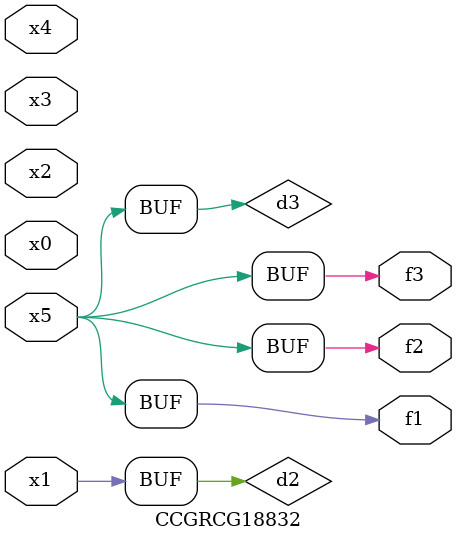
<source format=v>
module CCGRCG18832(
	input x0, x1, x2, x3, x4, x5,
	output f1, f2, f3
);

	wire d1, d2, d3;

	not (d1, x5);
	or (d2, x1);
	xnor (d3, d1);
	assign f1 = d3;
	assign f2 = d3;
	assign f3 = d3;
endmodule

</source>
